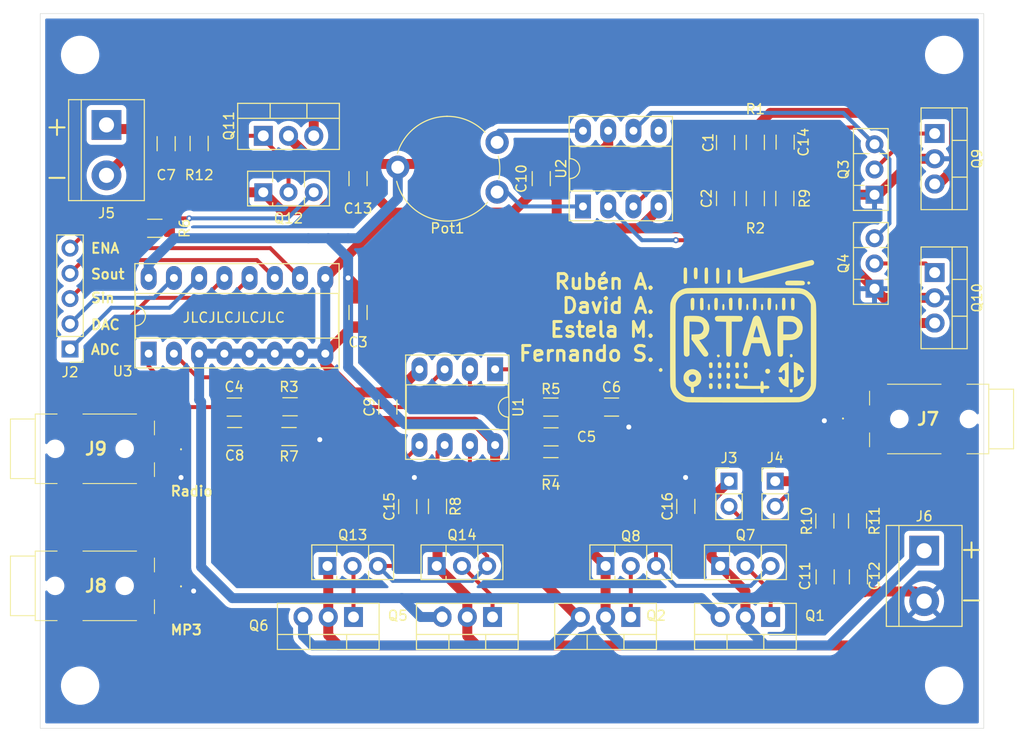
<source format=kicad_pcb>
(kicad_pcb (version 20240108) (generator "pcbnew") (generator_version "8.0")
  (layers (0 "F.Cu" signal) (31 "B.Cu" signal) (34 "B.Paste" user) (35 "F.Paste" user) (36 "B.SilkS" user "B.Silkscreen") (37 "F.SilkS" user "F.Silkscreen") (38 "B.Mask" user) (39 "F.Mask" user) (44 "Edge.Cuts" user))
  (net 0 "")
  (net 1 "+3.5V")
  (net 2 "Net-(U2-+)")
  (net 3 "-3.5")
  (net 4 "Net-(U1A-+)")
  (net 5 "/SPKin")
  (net 6 "Net-(U1A--)")
  (net 7 "Net-(C6-Pad2)")
  (net 8 "GND")
  (net 9 "/EARin")
  (net 10 "Net-(U1B-+)")
  (net 11 "Net-(C11-Pad1)")
  (net 12 "Net-(C12-Pad1)")
  (net 13 "Net-(Q3-B)")
  (net 14 "Net-(Q13-B)")
  (net 15 "Net-(Q7-B)")
  (net 16 "Net-(J3-Pin_2)")
  (net 17 "Net-(J4-Pin_2)")
  (net 18 "/OS1")
  (net 19 "/OS2")
  (net 20 "Net-(Q1-B)")
  (net 21 "Net-(Q2-B)")
  (net 22 "Net-(Q3-C)")
  (net 23 "Net-(Q10-B)")
  (net 24 "Net-(Q11-G)")
  (net 25 "Net-(Q12-B)")
  (net 26 "/ENA")
  (net 27 "Net-(U1B--)")
  (net 28 "Net-(U2--)")
  (net 30 "/DAC")
  (net 31 "/SELout")
  (net 32 "/SELin")
  (net 33 "/Radio")
  (net 34 "/MP3")
  (net 35 "/ADC")
  (net 36 "/SPKout")
  (net 37 "/Vin")
  (net 38 "/EARout")
  (net 45 "Net-(Q14-C)")
  (net 46 "Net-(Q13-C)")
  (footprint "Package_TO_SOT_THT:TO-220-3_Vertical" (layer "F.Cu") (at 146.365 67.635 -90)
    (property "Reference" "Q10")
    (property "Value" "TIP41C")
  )
  (footprint "Package_TO_SOT_THT:TO-126-3_Vertical" (layer "F.Cu") (at 124.77 97.175)
    (property "Reference" "Q7")
    (property "Value" "BD140")
  )
  (footprint "Package_TO_SOT_THT:TO-126-3_Vertical" (layer "F.Cu") (at 140.31 59.795 90)
    (property "Reference" "Q3")
    (property "Value" "BD139")
  )
  (footprint "Capacitor_SMD:C_1206_3216Metric" (layer "F.Cu") (at 75.885 84.145)
    (property "Reference" "C8")
    (property "Value" "100n")
  )
  (footprint "Capacitor_SMD:C_1206_3216Metric" (layer "F.Cu") (at 88.31 58.175 -90)
    (property "Reference" "C13")
    (property "Value" "10u")
  )
  (footprint "Capacitor_SMD:C_1206_3216Metric" (layer "F.Cu") (at 131.31 54.505 -90)
    (property "Reference" "C14")
    (property "Value" "1u")
  )
  (footprint "Package_TO_SOT_THT:TO-220-3_Vertical" (layer "F.Cu") (at 115.77 102.31 180)
    (property "Reference" "Q2")
    (property "Value" "TIP42C")
  )
  (footprint "Package_DIP:DIP-8_W7.62mm_Socket_LongPads" (layer "F.Cu") (at 102.11 77.375 -90)
    (property "Reference" "U1")
    (property "Value" "LM358")
  )
  (footprint "Package_TO_SOT_THT:TO-220-3_Vertical" (layer "F.Cu") (at 101.85 102.31 180)
    (property "Reference" "Q5")
    (property "Value" "TIP41C")
  )
  (footprint "Capacitor_SMD:C_1206_3216Metric" (layer "F.Cu") (at 113.835 81.175 180)
    (property "Reference" "C6")
    (property "Value" "47u")
  )
  (footprint "Package_TO_SOT_THT:TO-220-3_Vertical" (layer "F.Cu") (at 146.365 53.635 -90)
    (property "Reference" "Q9")
    (property "Value" "TIP42C")
  )
  (footprint "Logos:logo" (layer "F.Cu") (at 126.31 74.175)
    (property "Reference" "G***" (hide yes))
    (property "Value" "LOGO" (hide yes))
  )
  (footprint "Capacitor_SMD:C_1206_3216Metric" (layer "F.Cu") (at 125.31 54.545 -90)
    (property "Reference" "C1")
    (property "Value" "1u")
  )
  (footprint "Capacitor_SMD:C_1206_3216Metric" (layer "F.Cu") (at 135.34 98.2675 -90)
    (property "Reference" "C11")
    (property "Value" "C")
  )
  (footprint "Package_TO_SOT_THT:TO-220-3_Vertical" (layer "F.Cu") (at 78.77 53.865)
    (property "Reference" "Q11")
    (property "Value" "IRF4905" (hide yes))
  )
  (footprint "footprints:SJ23514ASMTTR" (layer "F.Cu") (at 61.085 85.375)
    (property "Reference" "J9")
    (property "Value" "SJ2-3514A-SMT-TR" (hide yes))
  )
  (footprint "Resistor_SMD:R_1206_3216Metric" (layer "F.Cu") (at 67.8475 63.175)
    (property "Reference" "R6")
    (property "Value" "2.7k")
  )
  (footprint "Capacitor_SMD:C_1206_3216Metric" (layer "F.Cu") (at 88.31 71.65 -90)
    (property "Reference" "C3")
    (property "Value" "0.1u")
  )
  (footprint "Resistor_SMD:R_1206_3216Metric" (layer "F.Cu") (at 107.7225 81.175)
    (property "Reference" "R5")
    (property "Value" "110k")
  )
  (footprint "Resistor_SMD:R_1206_3216Metric" (layer "F.Cu") (at 96.31 91.175 -90)
    (property "Reference" "R8")
    (property "Value" "100k")
  )
  (footprint "Capacitor_SMD:C_1206_3216Metric" (layer "F.Cu") (at 125.31 60.175 -90)
    (property "Reference" "C2")
    (property "Value" "1u")
  )
  (footprint "Resistor_SMD:R_1206_3216Metric" (layer "F.Cu") (at 107.7225 87.175 180)
    (property "Reference" "R4")
    (property "Value" "100k")
  )
  (footprint "footprints:SJ23514ASMTTR" (layer "F.Cu") (at 146.535 82.375 180)
    (property "Reference" "J7")
    (property "Value" "SJ2-3514A-SMT-TR" (hide yes))
  )
  (footprint "Package_TO_SOT_THT:TO-126-3_Vertical" (layer "F.Cu") (at 78.77 59.55)
    (property "Reference" "Q12")
    (property "Value" "BD139")
  )
  (footprint "MountingHole:MountingHole_3.2mm_M3" (layer "F.Cu") (at 147.32 45.72)
    (property "Reference" "REF**" (hide yes))
    (property "Value" "MountingHole_3.2mm_M3" (hide yes))
  )
  (footprint "Capacitor_SMD:C_1206_3216Metric" (layer "F.Cu") (at 107.7425 84.175)
    (property "Reference" "C5")
    (property "Value" "75p")
  )
  (footprint "Resistor_SMD:R_1206_3216Metric" (layer "F.Cu") (at 128.31 60.175 -90)
    (property "Reference" "R2")
    (property "Value" "100k")
  )
  (footprint "Connector_PinHeader_2.54mm:PinHeader_1x02_P2.54mm_Vertical" (layer "F.Cu") (at 125.66 88.635)
    (property "Reference" "J3")
    (property "Value" "ZobelS")
  )
  (footprint "Resistor_SMD:R_1206_3216Metric" (layer "F.Cu") (at 81.465 81.145 180)
    (property "Reference" "R3")
    (property "Value" "100k")
  )
  (footprint "Resistor_SMD:R_1206_3216Metric" (layer "F.Cu") (at 81.36 84.145 180)
    (property "Reference" "R7")
    (property "Value" "100k")
  )
  (footprint "Capacitor_SMD:C_1206_3216Metric" (layer "F.Cu") (at 121.31 91.175 90)
    (property "Reference" "C16")
    (property "Value" "1u")
  )
  (footprint "MountingHole:MountingHole_3.2mm_M3" (layer "F.Cu") (at 60.325 45.72)
    (property "Reference" "REF**" (hide yes))
    (property "Value" "MountingHole_3.2mm_M3" (hide yes))
  )
  (footprint "MountingHole:MountingHole_3.2mm_M3" (layer "F.Cu") (at 147.32 109.22)
    (property "Reference" "REF**" (hide yes))
    (property "Value" "MountingHole_3.2mm_M3" (hide yes))
  )
  (footprint "Package_DIP:DIP-16_W7.62mm_Socket_LongPads" (layer "F.Cu") (at 67.23 75.795 90)
    (property "Reference" "U3")
    (property "Value" "CD4053B")
  )
  (footprint "Package_DIP:DIP-8_W7.62mm_Socket_LongPads" (layer "F.Cu") (at 110.955 60.975 90)
    (property "Reference" "U2")
    (property "Value" "OP07")
  )
  (footprint "Package_TO_SOT_THT:TO-220-3_Vertical" (layer "F.Cu") (at 87.85 102.31 180)
    (property "Reference" "Q6")
    (property "Value" "TIP42C")
  )
  (footprint "Package_TO_SOT_THT:TO-220-3_Vertical" (layer "F.Cu") (at 129.85 102.31 180)
    (property "Reference" "Q1")
    (property "Value" "TIP41C")
  )
  (footprint "Resistor_SMD:R_1206_3216Metric" (layer "F.Cu") (at 72.31 54.6375 -90)
    (property "Reference" "R12")
    (property "Value" "10k" (hide yes))
  )
  (footprint "Resistor_SMD:R_1206_3216Metric" (layer "F.Cu") (at 131.28 60.175 90)
    (property "Reference" "R9")
    (property "Value" "50k")
  )
  (footprint "Connector_PinHeader_2.54mm:PinHeader_1x05_P2.54mm_Vertical" (layer "F.Cu") (at 59.31 75.335 180)
    (property "Reference" "J2")
    (property "Value" "Conn_01x05_Pin" (hide yes))
  )
  (footprint "footprints:SJ23514ASMTTR" (layer "F.Cu") (at 61.085 99.175)
    (property "Reference" "J8")
    (property "Value" "SJ2-3514A-SMT-TR" (hide yes))
  )
  (footprint "MountingHole:MountingHole_3.2mm_M3" (layer "F.Cu") (at 60.325 109.22)
    (property "Reference" "REF**" (hide yes))
    (property "Value" "MountingHole_3.2mm_M3" (hide yes))
  )
  (footprint "Capacitor_SMD:C_1206_3216Metric" (layer "F.Cu") (at 91.31 81.175 90)
    (property "Reference" "C9")
    (property "Value" "0.1u")
  )
  (footprint "Capacitor_SMD:C_1206_3216Metric" (layer "F.Cu") (at 106.755 58.175 -90)
    (property "Reference" "C10")
    (property "Value" "0.1u")
  )
  (footprint "Package_TO_SOT_THT:TO-126-3_Vertical" (layer "F.Cu") (at 96.23 97.175)
    (property "Reference" "Q14")
    (property "Value" "BD140" (hide yes))
  )
  (footprint "Resistor_SMD:R_1206_3216Metric" (layer "F.Cu") (at 138.6 92.6375 90)
    (property "Reference" "R11")
    (property "Value" "R")
  )
  (footprint "Connector_PinHeader_2.54mm:PinHeader_1x02_P2.54mm_Vertical" (layer "F.Cu") (at 130.31 88.635)
    (property "Reference" "J4")
    (property "Value" "ZobelS")
  )
  (footprint "TerminalBlock:TerminalBlock_bornier-2_P5.08mm" (layer "F.Cu") (at 145.31 95.635 -90)
    (property "Reference" "J6")
    (property "Value" "Altavoz")
  )
  (footprint "Package_TO_SOT_THT:TO-126-3_Vertical" (layer "F.Cu") (at 85.23 97.175)
    (property "Reference" "Q13")
    (property "Value" "BD139" (hide yes))
  )
  (footprint "Resistor_SMD:R_1206_3216Metric" (layer "F.Cu") (at 135.31 92.6375 90)
    (property "Reference" "R10")
    (property "Value" "R")
  )
  (footprint "Capacitor_SMD:C_1206_3216Metric" (layer "F.Cu") (at 138.69 98.2675 -90)
    (property "Reference" "C12")
    (property "Value" "C")
  )
  (footprint "Resistor_SMD:R_1206_3216Metric" (layer "F.Cu") (at 128.31 54.525 -90)
    (property "Reference" "R1")
    (property "Value" "100k")
  )
  (footprint "Capacitor_SMD:C_1206_3216Metric" (layer "F.Cu") (at 75.835 81.175)
    (property "Reference" "C4")
    (property "Value" "100n")
  )
  (footprint "Package_TO_SOT_THT:TO-126-3_Vertical" (layer "F.Cu") (at 140.31 69.255 90)
    (property "Reference" "Q4")
    (property "Value" "BD140")
  )
  (footprint "TerminalBlock:TerminalBlock_bornier-2_P5.08mm" (layer "F.Cu") (at 62.98 52.765 -90)
    (property "Reference" "J5")
    (property "Value" "Alimentacion")
  )
  (footprint "Capacitor_SMD:C_1206_3216Metric" (layer "F.Cu") (at 93.31 91.195 90)
    (property "Reference" "C15")
    (property "Value" "1u")
  )
  (footprint "Capacitor_SMD:C_1206_3216Metric" (layer "F.Cu") (at 68.99 54.6575 -90)
    (property "Reference" "C7")
    (property "Value" "10u")
  )
  (footprint "Potentiometer_THT:Potentiometer_Piher_PT-10-V10_Vertical" (layer "F.Cu") (at 102.31 54.525 180)
    (property "Reference" "Pot1")
    (property "Value" "Adj")
  )
  (footprint "Package_TO_SOT_THT:TO-126-3_Vertical" (layer "F.Cu") (at 113.23 97.175)
    (property "Reference" "Q8")
    (property "Value" "BD139")
  )
  (gr_rect (start 56.31 41.555) (end 151.31 113.525) (stroke (width 0.05)) (fill none) (layer "Edge.Cuts"))
  (gr_text "+" (at 56.63 54.035 0) (layer "F.SilkS") (effects (font (size 2 2) (thickness 0.2) (bold yes)) (justify left bottom)))
  (gr_text "Sout" (at 61.31 68.375 0) (layer "F.SilkS") (effects (font (size 1 1) (thickness 0.2) (bold yes)) (justify left bottom)))
  (gr_text "-" (at 148.705 101.66 0) (layer "F.SilkS") (effects (font (size 2 2) (thickness 0.2) (bold yes)) (justify left bottom)))
  (gr_text "-" (at 56.63 59.115 0) (layer "F.SilkS") (effects (font (size 2 2) (thickness 0.2) (bold yes)) (justify left bottom)))
  (gr_text "DAC" (at 61.31 73.475 0) (layer "F.SilkS") (effects (font (size 1 1) (thickness 0.2) (bold yes)) (justify left bottom)))
  (gr_text "+" (at 148.705 96.58 0) (layer "F.SilkS") (effects (font (size 2 2) (thickness 0.2) (bold yes)) (justify left bottom)))
  (gr_text "ENA" (at 61.31 65.775 0) (layer "F.SilkS") (effects (font (size 1 1) (thickness 0.2) (bold yes)) (justify left bottom)))
  (gr_text "Sin" (at 61.31 70.775 0) (layer "F.SilkS") (effects (font (size 1 1) (thickness 0.2) (bold yes)) (justify left bottom)))
  (gr_text "ADC" (at 61.31 75.975 0) (layer "F.SilkS") (effects (font (size 1 1) (thickness 0.2) (bold yes)) (justify left bottom)))
  (gr_text "Radio" (at 69.33 90.23 0) (layer "F.SilkS") (effects (font (size 1 1) (thickness 0.2) (bold yes)) (justify left bottom)))
  (gr_text "Rubén A.\nDavid A.\nEstela M.\nFernando S.\n" (at 118.31 72.175 0) (layer "F.SilkS") (effects (font (size 1.5 1.5) (thickness 0.3) (bold yes)) (justify right)))
  (gr_text "JLCJLCJLCJLC" (at 70.5612 72.7456 0) (layer "F.SilkS") (effects (font (size 1 1)) (justify left bottom)))
  (gr_text "MP3" (at 69.33 104.2 0) (layer "F.SilkS") (effects (font (size 1 1) (thickness 0.2) (bold yes)) (justify left bottom)))
  (segment (start 122.93 53.07) (end 125.31 53.07) (width 1) (layer "F.Cu") (net 1))
  (segment (start 91.985 56.7) (end 92.31 57.025) (width 1) (layer "F.Cu") (net 1))
  (segment (start 113.495 53.355) (end 113.495 54.755) (width 1) (layer "F.Cu") (net 1))
  (segment (start 128.31 53.0625) (end 129.8175 51.555) (width 1) (layer "F.Cu") (net 1))
  (segment (start 88.31 70.175) (end 88.31 69.175) (width 1) (layer "F.Cu") (net 1))
  (segment (start 110.445 102.31) (end 110.69 102.31) (width 1) (layer "F.Cu") (net 1))
  (segment (start 148.31 57.175) (end 146.77 58.715) (width 1) (layer "F.Cu") (net 1))
  (segment (start 88.31 69.175) (end 87.31 68.175) (width 1) (layer "F.Cu") (net 1))
  (segment (start 125.31 53.07) (end 128.3025 53.07) (width 1) (layer "F.Cu") (net 1))
  (segment (start 110.31 56.7) (end 114.31 56.7) (width 1) (layer "F.Cu") (net 1))
  (segment (start 92.635 56.7) (end 92.31 57.025) (width 1) (layer "F.Cu") (net 1))
  (segment (start 113.495 54.755) (end 111.55 56.7) (width 1) (layer "F.Cu") (net 1))
  (segment (start 111.55 56.7) (end 110.31 56.7) (width 1) (layer "F.Cu") (net 1))
  (segment (start 102.11 93.975) (end 110.445 102.31) (width 1) (layer "F.Cu") (net 1))
  (segment (start 148.31 52.175) (end 148.31 57.175) (width 1) (layer "F.Cu") (net 1))
  (segment (start 88.31 56.7) (end 91.985 56.7) (width 1) (layer "F.Cu") (net 1))
  (segment (start 128.3025 53.07) (end 128.31 53.0625) (width 1) (layer "F.Cu") (net 1))
  (segment (start 102.11 84.995) (end 102.11 93.975) (width 1) (layer "F.Cu") (net 1))
  (segment (start 106.755 56.7) (end 92.635 56.7) (width 1) (layer "F.Cu") (net 1))
  (segment (start 81.31 53.865) (end 81.31 53.992331) (width 1) (layer "F.Cu") (net 1))
  (segment (start 102.11 84.995) (end 102.11 84.730837) (width 1) (layer "F.Cu") (net 1))
  (segment (start 100.029163 82.65) (end 91.31 82.65) (width 1) (layer "F.Cu") (net 1))
  (segment (start 84.017669 56.7) (end 88.31 56.7) (width 1) (layer "F.Cu") (net 1))
  (segment (start 119.3 56.7) (end 122.93 53.07) (width 1) (layer "F.Cu") (net 1))
  (segment (start 106.755 56.7) (end 119.3 56.7) (width 1) (layer "F.Cu") (net 1))
  (segment (start 146.77 58.715) (end 146.365 58.715) (width 1) (layer "F.Cu") (net 1))
  (segment (start 102.11 84.730837) (end 100.029163 82.65) (width 1) (layer "F.Cu") (net 1))
  (segment (start 147.69 51.555) (end 148.31 52.175) (width 1) (layer "F.Cu") (net 1))
  (segment (start 129.8175 51.555) (end 147.69 51.555) (width 1) (layer "F.Cu") (net 1))
  (segment (start 110.31 56.7) (end 106.755 56.7) (width 1) (layer "F.Cu") (net 1))
  (segment (start 81.31 53.992331) (end 84.017669 56.7) (width 1) (layer "F.Cu") (net 1))
  (segment (start 119.495 56.505) (end 122.93 53.07) (width 1) (layer "F.Cu") (net 1))
  (via (at 87.31 68.175) (size 1) (drill 0.5) (layers "F.Cu" "B.Cu") (net 1))
  (segment (start 100.41 82.895) (end 93.03 82.895) (width 1) (layer "B.Cu") (net 1))
  (segment (start 69.83 64.175) (end 67.23 66.775) (width 1) (layer "B.Cu") (net 1))
  (segment (start 82.77 104.215) (end 82.77 102.31) (width 1) (layer "B.Cu") (net 1))
  (segment (start 92.31 60.175) (end 92.31 57.025) (width 1) (layer "B.Cu") (net 1))
  (segment (start 87.31 68.175) (end 87.31 66.175) (width 1) (layer "B.Cu") (net 1))
  (segment (start 87.31 64.175) (end 88.31 64.175) (width 1) (layer "B.Cu") (net 1))
  (segment (start 93.03 82.895) (end 87.31 77.175) (width 1) (layer "B.Cu") (net 1))
  (segment (start 85.31 64.175) (end 87.31 64.175) (width 1) (layer "B.Cu") (net 1))
  (segment (start 88.31 64.175) (end 92.31 60.175) (width 1) (layer "B.Cu") (net 1))
  (segment (start 102.11 84.995) (end 102.11 84.595) (width 1) (layer "B.Cu") (net 1))
  (segment (start 110.69 102.31) (end 107.825 105.175) (width 1) (layer "B.Cu") (net 1))
  (segment (start 87.31 66.175) (end 85.31 64.175) (width 1) (layer "B.Cu") (net 1))
  (segment (start 107.825 105.175) (end 83.73 105.175) (width 1) (layer "B.Cu") (net 1))
  (segment (start 67.23 66.775) (end 67.23 68.175) (width 1) (layer "B.Cu") (net 1))
  (segment (start 102.11 84.595) (end 100.41 82.895) (width 1) (layer "B.Cu") (net 1))
  (segment (start 83.31 64.175) (end 85.31 64.175) (width 1) (layer "B.Cu") (net 1))
  (segment (start 83.31 64.175) (end 69.83 64.175) (width 1) (layer "B.Cu") (net 1))
  (segment (start 83.73 105.175) (end 82.77 104.215) (width 1) (layer "B.Cu") (net 1))
  (segment (start 87.31 77.175) (end 87.31 68.175) (width 1) (layer "B.Cu") (net 1))
  (segment (start 128.2775 56.02) (end 128.31 55.9875) (width 0.4) (layer "F.Cu") (net 2))
  (segment (start 118.31 58.7) (end 116.035 60.975) (width 0.4) (layer "F.Cu") (net 2))
  (segment (start 128.31 55.9875) (end 128.31 58.7125) (width 0.4) (layer "F.Cu") (net 2))
  (segment (start 125.31 56.02) (end 128.2775 56.02) (width 0.4) (layer "F.Cu") (net 2))
  (segment (start 125.31 58.7) (end 118.31 58.7) (width 0.4) (layer "F.Cu") (net 2))
  (segment (start 128.31 58.7125) (end 125.3225 58.7125) (width 0.4) (layer "F.Cu") (net 2))
  (segment (start 125.3225 58.7125) (end 125.31 58.7) (width 0.4) (layer "F.Cu") (net 2))
  (segment (start 109.355 63.175) (end 113.31 63.175) (width 1) (layer "F.Cu") (net 3))
  (segment (start 91.59 61.595) (end 85.01 68.175) (width 1) (layer "F.Cu") (net 3))
  (segment (start 64.6925 56.1325) (end 62.98 57.845) (width 1) (layer "F.Cu") (net 3))
  (segment (start 108.31 62.13) (end 109.355 63.175) (width 1) (layer "F.Cu") (net 3))
  (segment (start 68.99 56.1325) (end 72.4075 59.55) (width 1) (layer "F.Cu") (net 3))
  (segment (start 92.165 79.7) (end 94.49 77.375) (width 1) (layer "F.Cu") (net 3))
  (segment (start 118.575 60.975) (end 118.575 61.239163) (width 1) (layer "F.Cu") (net 3))
  (segment (start 116.31 66.175) (end 133.31 66.175) (width 1) (layer "F.Cu") (net 3))
  (segment (start 116.639163 63.175) (end 115.31 63.175) (width 1) (layer "F.Cu") (net 3))
  (segment (start 105.795 59.65) (end 106.755 59.65) (width 1) (layer "F.Cu") (net 3))
  (segment (start 91.73 61.595) (end 103.85 61.595) (width 1) (layer "F.Cu") (net 3))
  (segment (start 125.31 61.679226) (end 125.31 61.65) (width 1) (layer "F.Cu") (net 3))
  (segment (start 91.73 61.595) (end 91.59 61.595) (width 1) (layer "F.Cu") (net 3))
  (segment (start 139.85 72.715) (end 146.365 72.715) (width 1) (layer "F.Cu") (net 3))
  (segment (start 85.01 76.875) (end 85.01 75.795) (width 1) (layer "F.Cu") (net 3))
  (segment (start 87.68 73.125) (end 85.01 75.795) (width 1) (layer "F.Cu") (net 3))
  (segment (start 78.77 59.555585) (end 78.77 59.55) (width 1) (layer "F.Cu") (net 3))
  (segment (start 122.31 63.175) (end 123.835 61.65) (width 1) (layer "F.Cu") (net 3))
  (segment (start 84.595585 61.35) (end 80.564415 61.35) (width 1) (layer "F.Cu") (net 3))
  (segment (start 86.295585 59.65) (end 84.595585 61.35) (width 1) (layer "F.Cu") (net 3))
  (segment (start 118.575 61.239163) (end 116.639163 63.175) (width 1) (layer "F.Cu") (net 3))
  (segment (start 133.31 66.175) (end 139.85 72.715) (width 1) (layer "F.Cu") (net 3))
  (segment (start 91.31 79.7) (end 87.835 79.7) (width 1) (layer "F.Cu") (net 3))
  (segment (start 107.785 59.65) (end 108.31 60.175) (width 1) (layer "F.Cu") (net 3))
  (segment (start 91.31 79.7) (end 92.165 79.7) (width 1) (layer "F.Cu") (net 3))
  (segment (start 72.4075 59.55) (end 78.77 59.55) (width 1) (layer "F.Cu") (net 3))
  (segment (start 89.785 59.65) (end 91.73 61.595) (width 1) (layer "F.Cu") (net 3))
  (segment (start 123.835 61.65) (end 125.31 61.65) (width 1) (layer "F.Cu") (net 3))
  (segment (start 88.31 59.65) (end 86.295585 59.65) (width 1) (layer "F.Cu") (net 3))
  (segment (start 113.31 63.175) (end 115.31 63.175) (width 1) (layer "F.Cu") (net 3))
  (segment (start 87.835 79.7) (end 85.01 76.875) (width 1) (layer "F.Cu") (net 3))
  (segment (start 80.564415 61.35) (end 78.77 59.555585) (width 1) (layer "F.Cu") (net 3))
  (segment (start 103.85 61.595) (end 105.795 59.65) (width 1) (layer "F.Cu") (net 3))
  (segment (start 108.31 60.175) (end 108.31 62.13) (width 1) (layer "F.Cu") (net 3))
  (segment (start 113.31 63.175) (end 116.31 66.175) (width 1) (layer "F.Cu") (net 3))
  (segment (start 88.31 73.125) (end 87.68 73.125) (width 1) (layer "F.Cu") (net 3))
  (segment (start 68.99 56.1325) (end 64.6925 56.1325) (width 1) (layer "F.Cu") (net 3))
  (segment (start 128.31 61.6375) (end 125.3225 61.6375) (width 1) (layer "F.Cu") (net 3))
  (segment (start 125.3225 61.6375) (end 125.31 61.65) (width 1) (layer "F.Cu") (net 3))
  (segment (start 88.31 59.65) (end 89.785 59.65) (width 1) (layer "F.Cu") (net 3))
  (segment (start 106.755 59.65) (end 107.785 59.65) (width 1) (layer "F.Cu") (net 3))
  (segment (start 115.31 63.175) (end 122.31 63.175) (width 1) (layer "F.Cu") (net 3))
  (segment (start 96.77 102.31) (end 94.61 102.31) (width 1) (layer "B.Cu") (net 3))
  (segment (start 75.645 100.41) (end 92.71 100.41) (width 1) (layer "B.Cu") (net 3))
  (segment (start 72.31 75.795) (end 72.31 80.445) (width 1) (layer "B.Cu") (net 3))
  (segment (start 96.77 101.715) (end 96.77 102.31) (width 1) (layer "B.Cu") (net 3))
  (segment (start 72.31 80.445) (end 72.51 80.645) (width 1) (layer "B.Cu") (net 3))
  (segment (start 72.51 80.645) (end 72.51 97.275) (width 1) (layer "B.Cu") (net 3))
  (segment (start 85.01 75.795) (end 72.31 75.795) (width 1) (layer "B.Cu") (net 3))
  (segment (start 92.71 100.41) (end 122.87 100.41) (width 1) (layer "B.Cu") (net 3))
  (segment (start 85.01 68.175) (end 85.01 75.795) (width 1) (layer "B.Cu") (net 3))
  (segment (start 122.87 100.41) (end 124.77 102.31) (width 1) (layer "B.Cu") (net 3))
  (segment (start 72.51 97.275) (end 75.645 100.41) (width 1) (layer "B.Cu") (net 3))
  (segment (start 94.61 102.31) (end 92.71 100.41) (width 1) (layer "B.Cu") (net 3))
  (segment (start 93.23 81.175) (end 97.03 77.375) (width 0.4) (layer "F.Cu") (net 4))
  (segment (start 79.9125 81.495) (end 80.0025 81.405) (width 0.4) (layer "F.Cu") (net 4))
  (segment (start 86.31 81.175) (end 93.23 81.175) (width 0.4) (layer "F.Cu") (net 4))
  (segment (start 84.805 79.67) (end 86.31 81.175) (width 0.4) (layer "F.Cu") (net 4))
  (segment (start 80.0025 81.145) (end 81.4775 79.67) (width 0.4) (layer "F.Cu") (net 4))
  (segment (start 77.31 81.495) (end 79.9125 81.495) (width 0.4) (layer "F.Cu") (net 4))
  (segment (start 81.4775 79.67) (end 84.805 79.67) (width 0.4) (layer "F.Cu") (net 4))
  (segment (start 67.23 75.795) (end 67.23 77.095) (width 0.4) (layer "F.Cu") (net 5))
  (segment (start 67.23 77.095) (end 71.31 81.175) (width 0.4) (layer "F.Cu") (net 5))
  (segment (start 71.31 81.175) (end 74.36 81.175) (width 0.4) (layer "F.Cu") (net 5))
  (segment (start 106.3725 81.175) (end 101.77 81.175) (width 0.4) (layer "F.Cu") (net 6))
  (segment (start 101.77 81.175) (end 99.57 78.975) (width 0.4) (layer "F.Cu") (net 6))
  (segment (start 99.57 78.975) (end 99.57 77.375) (width 0.4) (layer "F.Cu") (net 6))
  (segment (start 106.26 81.175) (end 106.26 87.175) (width 0.4) (layer "F.Cu") (net 6))
  (segment (start 109.185 81.175) (end 112.36 81.175) (width 0.4) (layer "F.Cu") (net 7))
  (segment (start 131.31 55.98) (end 131.31 58.6825) (width 1) (layer "F.Cu") (net 8))
  (segment (start 135.34 99.7425) (end 138.69 99.7425) (width 1) (layer "F.Cu") (net 8))
  (segment (start 138.31 67.260585) (end 138.31 62.795) (width 1) (layer "F.Cu") (net 8))
  (segment (start 93.31 89.175) (end 93.31 88.935) (width 1) (layer "F.Cu") (net 8))
  (segment (start 121.31 88.29) (end 121.285 88.265) (width 1) (layer "F.Cu") (net 8))
  (segment (start 140.31 59.795) (end 140.69 59.795) (width 1) (layer "F.Cu") (net 8))
  (segment (start 82.8225 84.145) (end 84.145 84.145) (width 1) (layer "F.Cu") (net 8))
  (segment (start 82.8225 81.25) (end 82.9275 81.145) (width 1) (layer "F.Cu") (net 8))
  (segment (start 140.315585 69.255) (end 140.31 69.255) (width 1) (layer "F.Cu") (net 8))
  (segment (start 135.31 59.795) (end 132.3625 59.795) (width 1) (layer "F.Cu") (net 8))
  (segment (start 82.8225 84.145) (end 82.8225 81.25) (width 1) (layer "F.Cu") (net 8))
  (segment (start 138.76 82.375) (end 135.43 82.375) (width 1) (layer "F.Cu") (net 8))
  (segment (start 144.31 56.175) (end 146.365 56.175) (width 1) (layer "F.Cu") (net 8))
  (segment (start 70.31 99.175) (end 71.235 99.175) (width 1) (layer "F.Cu") (net 8))
  (segment (start 140.31 69.255) (end 140.304415 69.255) (width 1) (layer "F.Cu") (net 8))
  (segment (start 140.31 69.255) (end 141.23 70.175) (width 1) (layer "F.Cu") (net 8))
  (segment (start 140.31 59.795) (end 135.31 59.795) (width 1) (layer "F.Cu") (net 8))
  (segment (start 71.235 99.175) (end 71.755 99.695) (width 1) (layer "F.Cu") (net 8))
  (segment (start 140.69 59.795) (end 144.31 56.175) (width 1) (layer "F.Cu") (net 8))
  (segment (start 138.69 99.7425) (end 144.3375 99.7425) (width 1) (layer "F.Cu") (net 8))
  (segment (start 93.31 88.935) (end 93.98 88.265) (width 1) (layer "F.Cu") (net 8))
  (segment (start 135.43 82.375) (end 135.255 82.55) (width 1) (layer "F.Cu") (net 8))
  (segment (start 144.3375 99.7425) (end 145.31 100.715) (width 1) (layer "F.Cu") (net 8))
  (segment (start 140.304415 69.255) (end 138.31 67.260585) (width 1) (layer "F.Cu") (net 8))
  (segment (start 141.23 70.175) (end 146.365 70.175) (width 1) (layer "F.Cu") (net 8))
  (segment (start 68.86 99.175) (end 70.31 99.175) (width 1) (layer "F.Cu") (net 8))
  (segment (start 115.31 81.175) (end 115.31 82.925) (width 1) (layer "F.Cu") (net 8))
  (segment (start 82.9275 84.25) (end 82.8225 84.145) (width 1) (layer "F.Cu") (net 8))
  (segment (start 131.31 58.6825) (end 131.28 58.7125) (width 1) (layer "F.Cu") (net 8))
  (segment (start 93.31 89.72) (end 93.31 89.175) (width 1) (layer "F.Cu") (net 8))
  (segment (start 121.31 89.7) (end 121.31 88.29) (width 1) (layer "F.Cu") (net 8))
  (segment (start 84.145 84.145) (end 84.455 84.455) (width 1) (layer "F.Cu") (net 8))
  (segment (start 70.485 87) (end 68.86 85.375) (width 1) (layer "F.Cu") (net 8))
  (segment (start 70.485 87) (end 70.485 88.265) (width 1) (layer "F.Cu") (net 8))
  (segment (start 115.31 82.925) (end 115.57 83.185) (width 1) (layer "F.Cu") (net 8))
  (segment (start 132.3625 59.795) (end 131.28 58.7125) (width 1) (layer "F.Cu") (net 8))
  (segment (start 138.31 62.795) (end 135.31 59.795) (width 1) (layer "F.Cu") (net 8))
  (via (at 70.485 88.265) (size 1) (drill 0.5) (layers "F.Cu" "B.Cu") (net 8))
  (via (at 71.755 99.695) (size 1) (drill 0.5) (layers "F.Cu" "B.Cu") (net 8))
  (via (at 121.285 88.265) (size 1) (drill 0.5) (layers "F.Cu" "B.Cu") (net 8))
  (via (at 115.57 83.185) (size 1) (drill 0.5) (layers "F.Cu" "B.Cu") (net 8))
  (via (at 84.455 84.455) (size 1) (drill 0.5) (layers "F.Cu" "B.Cu") (net 8))
  (via (at 93.98 88.265) (size 1) (drill 0.5) (layers "F.Cu" "B.Cu") (net 8))
  (via (at 135.255 82.55) (size 1) (drill 0.5) (layers "F.Cu" "B.Cu") (net 8))
  (segment (start 75.535 79.16599) (end 75.535 83.02) (width 0.4) (layer "F.Cu") (net 9))
  (segment (start 72.15 78.175) (end 74.54401 78.175) (width 0.4) (layer "F.Cu") (net 9))
  (segment (start 75.535 83.02) (end 74.41 84.145) (width 0.4) (layer "F.Cu") (net 9))
  (segment (start 69.77 75.795) (end 72.15 78.175) (width 0.4) (layer "F.Cu") (net 9))
  (segment (start 74.54401 78.175) (end 75.535 79.16599) (width 0.4) (layer "F.Cu") (net 9))
  (segment (start 77.34 84.115) (end 77.31 84.145) (width 0.4) (layer "F.Cu") (net 10))
  (segment (start 94.49 84.995) (end 92.31 87.175) (width 0.4) (layer "F.Cu") (net 10))
  (segment (start 79.8975 85.7625) (end 79.8975 84.145) (width 0.4) (layer "F.Cu") (net 10))
  (segment (start 92.31 87.175) (end 81.31 87.175) (width 0.4) (layer "F.Cu") (net 10))
  (segment (start 81.31 87.175) (end 79.8975 85.7625) (width 0.4) (layer "F.Cu") (net 10))
  (segment (start 80.0025 84.115) (end 77.34 84.115) (width 0.4) (layer "F.Cu") (net 10))
  (segment (start 135.31 94.1) (end 135.31 96.7625) (width 0.4) (layer "F.Cu") (net 11))
  (segment (start 135.31 96.7625) (end 135.34 96.7925) (width 0.4) (layer "F.Cu") (net 11))
  (segment (start 138.6 94.1) (end 138.6 96.7025) (width 0.4) (layer "F.Cu") (net 12))
  (segment (start 138.6 96.7025) (end 138.69 96.7925) (width 0.4) (layer "F.Cu") (net 12))
  (segment (start 131.31 53.03) (end 138.625 53.03) (width 0.4) (layer "F.Cu") (net 13))
  (segment (start 138.625 53.03) (end 140.31 54.715) (width 0.4) (layer "F.Cu") (net 13))
  (segment (start 141.81 62.675) (end 140.31 64.175) (width 0.4) (layer "B.Cu") (net 13))
  (segment (start 116.035 53.355) (end 117.835 51.555) (width 0.4) (layer "B.Cu") (net 13))
  (segment (start 117.835 51.555) (end 137.15 51.555) (width 0.4) (layer "B.Cu") (net 13))
  (segment (start 141.81 56.215) (end 141.81 62.675) (width 0.4) (layer "B.Cu") (net 13))
  (segment (start 140.31 54.715) (end 141.81 56.215) (width 0.4) (layer "B.Cu") (net 13))
  (segment (start 137.15 51.555) (end 140.31 54.715) (width 0.4) (layer "B.Cu") (net 13))
  (segment (start 90.31 97.175) (end 92.31 97.175) (width 0.4) (layer "F.Cu") (net 14))
  (segment (start 99.57 94.435) (end 99.57 84.995) (width 0.4) (layer "F.Cu") (net 14))
  (segment (start 93.31 96.175) (end 93.31 92.67) (width 0.4) (layer "F.Cu") (net 14))
  (segment (start 101.31 97.175) (end 101.31 96.175) (width 0.4) (layer "F.Cu") (net 14))
  (segment (start 92.31 97.175) (end 93.31 96.175) (width 0.4) (layer "F.Cu") (net 14))
  (segment (start 101.31 96.175) (end 99.57 94.435) (width 0.4) (layer "F.Cu") (net 14))
  (segment (start 101.31 97.175) (end 99.81 98.675) (width 0.4) (layer "B.Cu") (net 14))
  (segment (start 99.81 98.675) (end 91.81 98.675) (width 0.4) (layer "B.Cu") (net 14))
  (segment (start 91.81 98.675) (end 90.31 97.175) (width 0.4) (layer "B.Cu") (net 14))
  (segment (start 102.11 77.375) (end 115.51 77.375) (width 0.4) (layer "F.Cu") (net 15))
  (segment (start 118.31 93.175) (end 118.31 97.175) (width 0.4) (layer "F.Cu") (net 15))
  (segment (start 115.51 77.375) (end 118.31 80.175) (width 0.4) (layer "F.Cu") (net 15))
  (segment (start 121.31 92.65) (end 118.835 92.65) (width 0.4) (layer "F.Cu") (net 15))
  (segment (start 118.31 80.175) (end 118.31 93.175) (width 0.4) (layer "F.Cu") (net 15))
  (segment (start 118.835 92.65) (end 118.31 93.175) (width 0.4) (layer "F.Cu") (net 15))
  (segment (start 127.85 99.175) (end 120.31 99.175) (width 0.4) (layer "B.Cu") (net 15))
  (segment (start 129.85 97.175) (end 127.85 99.175) (width 0.4) (layer "B.Cu") (net 15))
  (segment (start 120.31 99.175) (end 118.31 97.175) (width 0.4) (layer "B.Cu") (net 15))
  (segment (start 127.11 92.625) (end 125.66 91.175) (width 0.4) (layer "F.Cu") (net 16))
  (segment (start 135.31 91.175) (end 133.86 92.625) (width 0.4) (layer "F.Cu") (net 16))
  (segment (start 133.86 92.625) (end 127.11 92.625) (width 0.4) (layer "F.Cu") (net 16))
  (segment (start 138.6 91.175) (end 137.4375 90.0125) (width 0.4) (layer "F.Cu") (net 17))
  (segment (start 137.4375 90.0125) (end 131.4725 90.0125) (width 0.4) (layer "F.Cu") (net 17))
  (segment (start 131.4725 90.0125) (end 130.31 91.175) (width 0.4) (layer "F.Cu") (net 17))
  (segment (start 110.955 53.355) (end 102.48 53.355) (width 0.4) (layer "B.Cu") (net 18))
  (segment (start 102.48 53.355) (end 102.31 53.525) (width 0.4) (layer "B.Cu") (net 18))
  (segment (start 110.955 60.975) (end 104.76 60.975) (width 0.4) (layer "B.Cu") (net 19))
  (segment (start 104.76 60.975) (end 102.31 58.525) (width 0.4) (layer "B.Cu") (net 19))
  (segment (start 129.85 99.715) (end 127.31 97.175) (width 0.4) (layer "F.Cu") (net 20))
  (segment (start 129.85 102.31) (end 129.85 99.715) (width 0.4) (layer "F.Cu") (net 20))
  (segment (start 115.77 102.31) (end 115.77 97.175) (width 0.4) (layer "F.Cu") (net 21))
  (segment (start 143.93 53.635) (end 146.365 53.635) (width 0.4) (layer "F.Cu") (net 22))
  (segment (start 140.31 57.255) (end 143.93 53.635) (width 0.4) (layer "F.Cu") (net 22))
  (segment (start 140.31 66.715) (end 145.445 66.715) (width 0.4) (layer "F.Cu") (net 23))
  (segment (start 145.445 66.715) (end 146.365 67.635) (width 0.4) (layer "F.Cu") (net 23))
  (segment (start 78.77 54.190635) (end 78.77 53.865) (width 0.4) (layer "F.Cu") (net 24))
  (segment (start 78.77 53.865) (end 74.545 53.865) (width 0.4) (layer "F.Cu") (net 24))
  (segment (start 74.545 53.865) (end 72.31 56.1) (width 0.4) (layer "F.Cu") (net 24))
  (segment (start 81.31 59.55) (end 81.31 56.730635) (width 0.4) (layer "F.Cu") (net 24))
  (segment (start 81.31 56.730635) (end 78.77 54.190635) (width 0.4) (layer "F.Cu") (net 24))
  (segment (start 70.31 62.175) (end 71.31 62.175) (width 0.4) (layer "F.Cu") (net 25))
  (segment (start 69.31 63.175) (end 70.31 62.175) (width 0.4) (layer "F.Cu") (net 25))
  (via (at 71.31 62.175) (size 0.6) (drill 0.3) (layers "F.Cu" "B.Cu") (net 25))
  (segment (start 81.225 62.175) (end 83.85 59.55) (width 0.4) (layer "B.Cu") (net 25))
  (segment (start 71.31 62.175) (end 81.225 62.175) (width 0.4) (layer "B.Cu") (net 25))
  (segment (start 59.31 65.175) (end 61.31 63.175) (width 0.4) (layer "F.Cu") (net 26))
  (segment (start 61.31 63.175) (end 66.385 63.175) (width 0.4) (layer "F.Cu") (net 26))
  (segment (start 96.31 85.715) (end 97.03 84.995) (width 0.4) (layer "F.Cu") (net 27))
  (segment (start 96.31 89.7125) (end 96.31 85.715) (width 0.4) (layer "F.Cu") (net 27))
  (segment (start 128.5425 64.375) (end 120.31 64.375) (width 0.4) (layer "F.Cu") (net 28))
  (segment (start 131.28 61.6375) (end 128.5425 64.375) (width 0.4) (layer "F.Cu") (net 28))
  (via (at 120.31 64.375) (size 0.6) (drill 0.3) (layers "F.Cu" "B.Cu") (net 28))
  (segment (start 120.31 64.375) (end 116.895 64.375) (width 0.4) (layer "B.Cu") (net 28))
  (segment (start 116.895 64.375) (end 113.495 60.975) (width 0.4) (layer "B.Cu") (net 28))
  (segment (start 69.77 68.175) (end 67.77 70.175) (width 0.4) (layer "B.Cu") (net 30))
  (segment (start 61.93 70.175) (end 59.31 72.795) (width 0.4) (layer "B.Cu") (net 30))
  (segment (start 67.77 70.175) (end 61.93 70.175) (width 0.4) (layer "B.Cu") (net 30))
  (segment (start 61.85 65.175) (end 79.47 65.175) (width 0.4) (layer "F.Cu") (net 31))
  (segment (start 79.47 65.175) (end 82.47 68.175) (width 0.4) (layer "F.Cu") (net 31))
  (segment (start 59.31 67.715) (end 61.85 65.175) (width 0.4) (layer "F.Cu") (net 31))
  (segment (start 63.19 66.375) (end 78.13 66.375) (width 0.4) (layer "F.Cu") (net 32))
  (segment (start 78.13 66.375) (end 79.93 68.175) (width 0.4) (layer "F.Cu") (net 32))
  (segment (start 59.31 70.255) (end 63.19 66.375) (width 0.4) (layer "F.Cu") (net 32))
  (segment (start 67.31 70.175) (end 72.85 70.175) (width 0.4) (layer "F.Cu") (net 33))
  (segment (start 72.85 70.175) (end 74.85 68.175) (width 0.4) (layer "F.Cu") (net 33))
  (segment (start 59.31 81.175) (end 59.31 89.575) (width 0.4) (layer "F.Cu") (net 33))
  (segment (start 59.31 78.175) (end 67.31 70.175) (width 0.4) (layer "F.Cu") (net 33))
  (segment (start 59.31 81.175) (end 59.31 78.175) (width 0.4) (layer "F.Cu") (net 33))
  (segment (start 60.91 78.915) (end 67.65 72.175) (width 0.4) (layer "F.Cu") (net 34))
  (segment (start 59.31 103.375) (end 59.31 94.975) (width 0.4) (layer "F.Cu") (net 34))
  (segment (start 60.91 93.375) (end 60.91 78.915) (width 0.4) (layer "F.Cu") (net 34))
  (segment (start 73.39 72.175) (end 77.39 68.175) (width 0.4) (layer "F.Cu") (net 34))
  (segment (start 67.65 72.175) (end 73.39 72.175) (width 0.4) (layer "F.Cu") (net 34))
  (segment (start 59.31 94.975) (end 60.91 93.375) (width 0.4) (layer "F.Cu") (net 34))
  (segment (start 72.31 68.175) (end 69.31 71.175) (width 0.4) (layer "B.Cu") (net 35))
  (segment (start 63.47 71.175) (end 59.31 75.335) (width 0.4) (layer "B.Cu") (net 35))
  (segment (start 69.31 71.175) (end 63.47 71.175) (width 0.4) (layer "B.Cu") (net 35))
  (segment (start 123.91 90.385) (end 123.91 96.315) (width 1) (layer "F.Cu") (net 36))
  (segment (start 124.77 97.180585) (end 124.77 97.175) (width 1) (layer "F.Cu") (net 36))
  (segment (start 113.23 97.175) (end 113.23 102.31) (width 1) (layer "F.Cu") (net 36))
  (segment (start 125.66 88.635) (end 123.91 90.385) (width 1) (layer "F.Cu") (net 36))
  (segment (start 127.31 102.31) (end 127.31 99.720585) (width 1) (layer "F.Cu") (net 36))
  (segment (start 113.23 97.175) (end 109.2175 93.1625) (width 1) (layer "F.Cu") (net 36))
  (segment (start 123.91 96.315) (end 124.77 97.175) (width 1) (layer "F.Cu") (net 36))
  (segment (start 109.2175 93.1625) (end 109.2175 84.175) (width 1) (layer "F.Cu") (net 36))
  (segment (start 127.31 99.720585) (end 124.77 97.180585) (width 1) (layer "F.Cu") (net 36))
  (segment (start 135.77 105.175) (end 145.31 95.635) (width 1) (layer "B.Cu") (net 36))
  (segment (start 125.31 105.175) (end 129.31 105.175) (width 1) (layer "B.Cu") (net 36))
  (segment (start 129.31 105.175) (end 135.77 105.175) (width 1) (layer "B.Cu") (net 36))
  (segment (start 113.23 103.4425) (end 114.9625 105.175) (width 1) (layer "B.Cu") (net 36))
  (segment (start 113.23 102.31) (end 113.23 103.4425) (width 1) (layer "B.Cu") (net 36))
  (segment (start 114.9625 105.175) (end 125.31 105.175) (width 1) (layer "B.Cu") (net 36))
  (segment (start 127.31 102.31) (end 127.31 103.175) (width 1) (layer "B.Cu") (net 36))
  (segment (start 127.31 103.175) (end 129.31 105.175) (width 1) (layer "B.Cu") (net 36))
  (segment (start 63.3975 53.1825) (end 62.98 52.765) (width 1) (layer "F.Cu") (net 37))
  (segment (start 83.85 51.715) (end 83.31 51.175) (width 1) (layer "F.Cu") (net 37))
  (segment (start 74.31 51.175) (end 72.31 53.175) (width 1) (layer "F.Cu") (net 37))
  (segment (start 72.3025 53.1825) (end 72.31 53.175) (width 1) (layer "F.Cu") (net 37))
  (segment (start 83.85 53.865) (end 83.85 51.715) (width 1) (layer "F.Cu") (net 37))
  (segment (start 68.99 53.1825) (end 72.3025 53.1825) (width 1) (layer "F.Cu") (net 37))
  (segment (start 68.99 53.1825) (end 63.3975 53.1825) (width 1) (layer "F.Cu") (net 37))
  (segment (start 83.31 51.175) (end 74.31 51.175) (width 1) (layer "F.Cu") (net 37))
  (segment (start 99.31 102.31) (end 99.31 100.260585) (width 1) (layer "F.Cu") (net 38))
  (segment (start 96.31 92.6375) (end 96.31 97.095) (width 1) (layer "F.Cu") (net 38))
  (segment (start 86.35 105.175) (end 85.31 104.135) (width 1) (layer "F.Cu") (net 38))
  (segment (start 96.23 92.7175) (end 96.31 92.6375) (width 1) (layer "F.Cu") (net 38))
  (segment (start 99.31 104.215) (end 100.27 105.175) (width 1) (layer "F.Cu") (net 38))
  (segment (start 145.31 105.175) (end 148.31 102.175) (width 1) (layer "F.Cu") (net 38))
  (segment (start 148.31 102.175) (end 148.31 92.175) (width 1) (layer "F.Cu") (net 38))
  (segment (start 85.31 102.31) (end 85.31 97.255) (width 1) (layer "F.Cu") (net 38))
  (segment (start 96.23 97.180585) (end 96.23 97.175) (width 1) (layer "F.Cu") (net 38))
  (segment (start 96.31 97.095) (end 96.23 97.175) (width 1) (layer "F.Cu") (net 38))
  (segment (start 85.31 104.135) (end 85.31 102.31) (width 1) (layer "F.Cu") (net 38))
  (segment (start 144.77 88.635) (end 130.31 88.635) (width 1) (layer "F.Cu") (net 38))
  (segment (start 99.31 100.260585) (end 96.23 97.180585) (width 1) (layer "F.Cu") (net 38))
  (segment (start 148.31 92.175) (end 144.77 88.635) (width 1) (layer "F.Cu") (net 38))
  (segment (start 148.31 92.175) (end 148.31 78.175) (width 1) (layer "F.Cu") (net 38))
  (segment (start 104.31 105.175) (end 145.31 105.175) (width 1) (layer "F.Cu") (net 38))
  (segment (start 85.31 97.255) (end 85.23 97.175) (width 1) (layer "F.Cu") (net 38))
  (segment (start 99.31 104.215) (end 99.31 102.31) (width 1) (layer "F.Cu") (net 38))
  (segment (start 100.27 105.175) (end 104.31 105.175) (width 1) (layer "F.Cu") (net 38))
  (segment (start 104.31 105.175) (end 86.35 105.175) (width 1) (layer "F.Cu") (net 38))
  (segment (start 101.85 100.255) (end 98.77 97.175) (width 0.4) (layer "F.Cu") (net 45))
  (segment (start 101.85 102.31) (end 101.85 100.255) (width 0.4) (layer "F.Cu") (net 45))
  (segment (start 87.85 102.31) (end 87.85 97.255) (width 0.4) (layer "F.Cu") (net 46))
  (segment (start 87.85 97.255) (end 87.77 97.175) (width 0.4) (layer "F.Cu") (net 46))
  (zone (net 8) (net_name "GND") (layer "B.Cu") (connect_pads (clearance 0.5)) (min_thickness 0.25) (fill yes (thermal_gap 0.5) (thermal_bridge_width 0.5))
    (polygon (pts (xy 153.31 115.795) (xy 153.31 40.19) (xy 53.31 40.19) (xy 53.31 115.795)))
  )
)
</source>
